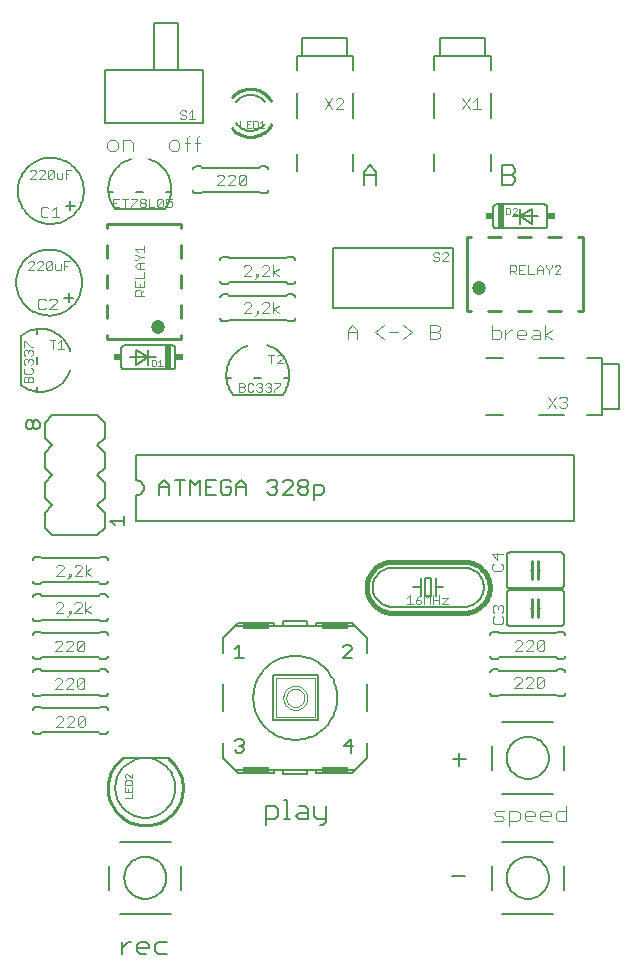
<source format=gto>
G75*
%MOIN*%
%OFA0B0*%
%FSLAX24Y24*%
%IPPOS*%
%LPD*%
%AMOC8*
5,1,8,0,0,1.08239X$1,22.5*
%
%ADD10C,0.0050*%
%ADD11C,0.0060*%
%ADD12C,0.0040*%
%ADD13C,0.0030*%
%ADD14C,0.0080*%
%ADD15C,0.0100*%
%ADD16C,0.0472*%
%ADD17C,0.0020*%
%ADD18R,0.0850X0.0200*%
%ADD19C,0.0160*%
%ADD20R,0.0200X0.0800*%
%ADD21R,0.0250X0.0200*%
D10*
X004189Y001933D02*
X004189Y002340D01*
X004189Y002137D02*
X004393Y002340D01*
X004494Y002340D01*
X004696Y002238D02*
X004797Y002340D01*
X005001Y002340D01*
X005103Y002238D01*
X005103Y002137D01*
X004696Y002137D01*
X004696Y002238D02*
X004696Y002035D01*
X004797Y001933D01*
X005001Y001933D01*
X005303Y002035D02*
X005405Y001933D01*
X005710Y001933D01*
X005710Y002340D02*
X005405Y002340D01*
X005303Y002238D01*
X005303Y002035D01*
X008983Y006239D02*
X008983Y006849D01*
X009288Y006849D01*
X009390Y006748D01*
X009390Y006544D01*
X009288Y006442D01*
X008983Y006442D01*
X009590Y006442D02*
X009794Y006442D01*
X009692Y006442D02*
X009692Y007053D01*
X009590Y007053D01*
X010097Y006849D02*
X010301Y006849D01*
X010403Y006748D01*
X010403Y006442D01*
X010097Y006442D01*
X009996Y006544D01*
X010097Y006646D01*
X010403Y006646D01*
X010603Y006544D02*
X010705Y006442D01*
X011010Y006442D01*
X011010Y006341D02*
X010909Y006239D01*
X010807Y006239D01*
X011010Y006341D02*
X011010Y006849D01*
X010603Y006849D02*
X010603Y006544D01*
X011820Y008645D02*
X011820Y009095D01*
X011595Y008870D01*
X011895Y008870D01*
X011845Y011795D02*
X011545Y011795D01*
X011845Y012095D01*
X011845Y012170D01*
X011770Y012245D01*
X011620Y012245D01*
X011545Y012170D01*
X008245Y011795D02*
X007945Y011795D01*
X008095Y011795D02*
X008095Y012245D01*
X007945Y012095D01*
X008020Y009095D02*
X008170Y009095D01*
X008245Y009020D01*
X008245Y008945D01*
X008170Y008870D01*
X008245Y008795D01*
X008245Y008720D01*
X008170Y008645D01*
X008020Y008645D01*
X007945Y008720D01*
X008095Y008870D02*
X008170Y008870D01*
X007945Y009020D02*
X008020Y009095D01*
X004247Y016222D02*
X004247Y016522D01*
X004247Y016372D02*
X003796Y016372D01*
X003946Y016222D01*
X001372Y019422D02*
X001296Y019422D01*
X001221Y019497D01*
X001221Y019647D01*
X001296Y019722D01*
X001372Y019722D01*
X001447Y019647D01*
X001447Y019497D01*
X001372Y019422D01*
X001221Y019497D02*
X001146Y019422D01*
X001071Y019422D01*
X000996Y019497D01*
X000996Y019647D01*
X001071Y019722D01*
X001146Y019722D01*
X001221Y019647D01*
X001370Y020675D02*
X001370Y020833D01*
X000820Y020895D02*
X000820Y022545D01*
X001370Y022607D02*
X001370Y022765D01*
X001370Y021833D02*
X001370Y021607D01*
X000820Y022545D02*
X000868Y022580D01*
X000918Y022613D01*
X000970Y022644D01*
X001024Y022671D01*
X001079Y022695D01*
X001136Y022715D01*
X001193Y022733D01*
X001251Y022747D01*
X001310Y022758D01*
X001370Y022765D01*
X001432Y022769D01*
X001495Y022770D01*
X001557Y022766D01*
X001619Y022759D01*
X001680Y022749D01*
X001741Y022734D01*
X001801Y022716D01*
X001860Y022695D01*
X001917Y022670D01*
X001972Y022642D01*
X002026Y022611D01*
X002078Y022576D01*
X002128Y022538D01*
X002175Y022498D01*
X002220Y022454D01*
X002263Y022409D01*
X002302Y022360D01*
X002339Y022310D01*
X002372Y022257D01*
X002403Y022203D01*
X002430Y022146D01*
X002453Y022089D01*
X002473Y022030D01*
X002473Y021410D02*
X002453Y021350D01*
X002429Y021291D01*
X002401Y021234D01*
X002370Y021179D01*
X002335Y021125D01*
X002298Y021074D01*
X002257Y021025D01*
X002213Y020979D01*
X002167Y020935D01*
X002118Y020894D01*
X002067Y020856D01*
X002014Y020822D01*
X001958Y020790D01*
X001901Y020763D01*
X001842Y020738D01*
X001782Y020718D01*
X001721Y020700D01*
X001659Y020687D01*
X001596Y020678D01*
X001533Y020672D01*
X001469Y020670D01*
X001405Y020672D01*
X001342Y020678D01*
X001279Y020687D01*
X001217Y020701D01*
X001156Y020718D01*
X001096Y020739D01*
X001037Y020763D01*
X000980Y020791D01*
X000924Y020823D01*
X000871Y020858D01*
X000820Y020895D01*
X003634Y029639D02*
X003634Y030514D01*
X003634Y031389D01*
X005259Y031389D01*
X005259Y032952D01*
X006072Y032952D01*
X006072Y031389D01*
X006884Y031389D01*
X006884Y030514D01*
X006884Y029639D01*
X003634Y029639D01*
X005259Y031389D02*
X006072Y031389D01*
X008410Y022223D02*
X008351Y022203D01*
X008294Y022180D01*
X008237Y022153D01*
X008183Y022122D01*
X008130Y022089D01*
X008080Y022052D01*
X008031Y022013D01*
X007986Y021970D01*
X007942Y021925D01*
X007902Y021878D01*
X007864Y021828D01*
X007829Y021776D01*
X007798Y021722D01*
X007770Y021667D01*
X007745Y021610D01*
X007724Y021551D01*
X007706Y021491D01*
X007691Y021430D01*
X007681Y021369D01*
X007674Y021307D01*
X007670Y021245D01*
X007671Y021182D01*
X007675Y021120D01*
X007833Y021120D01*
X007895Y020570D02*
X009545Y020570D01*
X009607Y021120D02*
X009765Y021120D01*
X008833Y021120D02*
X008607Y021120D01*
X007895Y020570D02*
X007860Y020618D01*
X007827Y020668D01*
X007796Y020720D01*
X007769Y020774D01*
X007745Y020829D01*
X007725Y020886D01*
X007707Y020943D01*
X007693Y021001D01*
X007682Y021060D01*
X007675Y021120D01*
X009030Y022223D02*
X009090Y022203D01*
X009149Y022179D01*
X009206Y022151D01*
X009261Y022120D01*
X009315Y022085D01*
X009366Y022048D01*
X009415Y022007D01*
X009461Y021963D01*
X009505Y021917D01*
X009546Y021868D01*
X009584Y021817D01*
X009618Y021764D01*
X009650Y021708D01*
X009677Y021651D01*
X009702Y021592D01*
X009722Y021532D01*
X009740Y021471D01*
X009753Y021409D01*
X009762Y021346D01*
X009768Y021283D01*
X009770Y021219D01*
X009768Y021155D01*
X009762Y021092D01*
X009753Y021029D01*
X009739Y020967D01*
X009722Y020906D01*
X009701Y020846D01*
X009677Y020787D01*
X009649Y020730D01*
X009617Y020674D01*
X009582Y020621D01*
X009545Y020570D01*
D11*
X009720Y023020D02*
X009870Y023020D01*
X009887Y023022D01*
X009904Y023026D01*
X009920Y023033D01*
X009934Y023043D01*
X009947Y023056D01*
X009957Y023070D01*
X009964Y023086D01*
X009968Y023103D01*
X009970Y023120D01*
X009720Y023020D02*
X009670Y023070D01*
X007770Y023070D01*
X007720Y023020D01*
X007570Y023020D01*
X007553Y023022D01*
X007536Y023026D01*
X007520Y023033D01*
X007506Y023043D01*
X007493Y023056D01*
X007483Y023070D01*
X007476Y023086D01*
X007472Y023103D01*
X007470Y023120D01*
X007470Y023820D02*
X007472Y023837D01*
X007476Y023854D01*
X007483Y023870D01*
X007493Y023884D01*
X007506Y023897D01*
X007520Y023907D01*
X007536Y023914D01*
X007553Y023918D01*
X007570Y023920D01*
X007720Y023920D01*
X007770Y023870D01*
X009670Y023870D01*
X009720Y023920D01*
X009870Y023920D01*
X009887Y023918D01*
X009904Y023914D01*
X009920Y023907D01*
X009934Y023897D01*
X009947Y023884D01*
X009957Y023870D01*
X009964Y023854D01*
X009968Y023837D01*
X009970Y023820D01*
X009870Y024270D02*
X009720Y024270D01*
X009670Y024320D01*
X007770Y024320D01*
X007720Y024270D01*
X007570Y024270D01*
X007553Y024272D01*
X007536Y024276D01*
X007520Y024283D01*
X007506Y024293D01*
X007493Y024306D01*
X007483Y024320D01*
X007476Y024336D01*
X007472Y024353D01*
X007470Y024370D01*
X007470Y025070D02*
X007472Y025087D01*
X007476Y025104D01*
X007483Y025120D01*
X007493Y025134D01*
X007506Y025147D01*
X007520Y025157D01*
X007536Y025164D01*
X007553Y025168D01*
X007570Y025170D01*
X007720Y025170D01*
X007770Y025120D01*
X009670Y025120D01*
X009720Y025170D01*
X009870Y025170D01*
X009887Y025168D01*
X009904Y025164D01*
X009920Y025157D01*
X009934Y025147D01*
X009947Y025134D01*
X009957Y025120D01*
X009964Y025104D01*
X009968Y025087D01*
X009970Y025070D01*
X009970Y024370D02*
X009968Y024353D01*
X009964Y024336D01*
X009957Y024320D01*
X009947Y024306D01*
X009934Y024293D01*
X009920Y024283D01*
X009904Y024276D01*
X009887Y024272D01*
X009870Y024270D01*
X008963Y027284D02*
X008813Y027284D01*
X008763Y027334D01*
X006863Y027334D01*
X006813Y027284D01*
X006663Y027284D01*
X006646Y027286D01*
X006629Y027290D01*
X006613Y027297D01*
X006599Y027307D01*
X006586Y027320D01*
X006576Y027334D01*
X006569Y027350D01*
X006565Y027367D01*
X006563Y027384D01*
X006563Y028084D02*
X006565Y028101D01*
X006569Y028118D01*
X006576Y028134D01*
X006586Y028148D01*
X006599Y028161D01*
X006613Y028171D01*
X006629Y028178D01*
X006646Y028182D01*
X006663Y028184D01*
X006813Y028184D01*
X006863Y028134D01*
X008763Y028134D01*
X008813Y028184D01*
X008963Y028184D01*
X008980Y028182D01*
X008997Y028178D01*
X009013Y028171D01*
X009027Y028161D01*
X009040Y028148D01*
X009050Y028134D01*
X009057Y028118D01*
X009061Y028101D01*
X009063Y028084D01*
X009063Y027384D02*
X009061Y027367D01*
X009057Y027350D01*
X009050Y027334D01*
X009040Y027320D01*
X009027Y027307D01*
X009013Y027297D01*
X008997Y027290D01*
X008980Y027286D01*
X008963Y027284D01*
X008470Y029370D02*
X008423Y029372D01*
X008375Y029378D01*
X008329Y029387D01*
X008283Y029400D01*
X008239Y029416D01*
X008195Y029437D01*
X008154Y029460D01*
X008115Y029486D01*
X008078Y029516D01*
X008043Y029549D01*
X008011Y029584D01*
X007982Y029621D01*
X008470Y030570D02*
X008515Y030568D01*
X008561Y030563D01*
X008605Y030555D01*
X008649Y030543D01*
X008692Y030527D01*
X008734Y030509D01*
X008774Y030487D01*
X008812Y030463D01*
X008848Y030436D01*
X008883Y030406D01*
X008914Y030373D01*
X008944Y030338D01*
X008470Y030570D02*
X008425Y030568D01*
X008379Y030563D01*
X008335Y030555D01*
X008291Y030543D01*
X008248Y030527D01*
X008206Y030509D01*
X008166Y030487D01*
X008128Y030463D01*
X008092Y030436D01*
X008057Y030406D01*
X008026Y030373D01*
X007996Y030338D01*
X008470Y029370D02*
X008516Y029372D01*
X008562Y029377D01*
X008608Y029386D01*
X008653Y029398D01*
X008696Y029414D01*
X008738Y029433D01*
X008779Y029456D01*
X008818Y029481D01*
X008854Y029509D01*
X008889Y029540D01*
X008921Y029574D01*
X008950Y029610D01*
X005834Y027322D02*
X005676Y027322D01*
X005613Y026772D02*
X003964Y026772D01*
X003901Y027322D02*
X003743Y027322D01*
X004676Y027322D02*
X004901Y027322D01*
X005614Y026772D02*
X005651Y026823D01*
X005686Y026876D01*
X005718Y026932D01*
X005746Y026989D01*
X005770Y027048D01*
X005791Y027108D01*
X005808Y027169D01*
X005822Y027231D01*
X005831Y027294D01*
X005837Y027357D01*
X005839Y027421D01*
X005837Y027485D01*
X005831Y027548D01*
X005822Y027611D01*
X005809Y027673D01*
X005791Y027734D01*
X005771Y027794D01*
X005746Y027853D01*
X005719Y027910D01*
X005687Y027966D01*
X005653Y028019D01*
X005615Y028070D01*
X005574Y028119D01*
X005530Y028165D01*
X005484Y028209D01*
X005435Y028250D01*
X005384Y028287D01*
X005330Y028322D01*
X005275Y028353D01*
X005218Y028381D01*
X005159Y028405D01*
X005099Y028425D01*
X004478Y028425D02*
X004418Y028405D01*
X004359Y028381D01*
X004302Y028353D01*
X004247Y028322D01*
X004193Y028287D01*
X004142Y028250D01*
X004093Y028209D01*
X004047Y028165D01*
X004003Y028119D01*
X003962Y028070D01*
X003924Y028019D01*
X003890Y027966D01*
X003858Y027910D01*
X003831Y027853D01*
X003806Y027794D01*
X003786Y027734D01*
X003768Y027673D01*
X003755Y027611D01*
X003746Y027548D01*
X003740Y027485D01*
X003738Y027421D01*
X003740Y027357D01*
X003746Y027294D01*
X003755Y027231D01*
X003769Y027169D01*
X003786Y027108D01*
X003807Y027048D01*
X003831Y026989D01*
X003859Y026932D01*
X003891Y026876D01*
X003926Y026823D01*
X003963Y026772D01*
X002620Y026870D02*
X002470Y026870D01*
X002470Y026720D01*
X002470Y026870D02*
X002320Y026870D01*
X002470Y026870D02*
X002470Y027020D01*
X000720Y027370D02*
X000722Y027436D01*
X000728Y027501D01*
X000738Y027566D01*
X000751Y027631D01*
X000769Y027694D01*
X000790Y027757D01*
X000815Y027817D01*
X000844Y027877D01*
X000876Y027934D01*
X000911Y027990D01*
X000950Y028043D01*
X000992Y028094D01*
X001036Y028142D01*
X001084Y028187D01*
X001134Y028230D01*
X001187Y028269D01*
X001242Y028306D01*
X001299Y028339D01*
X001358Y028368D01*
X001418Y028394D01*
X001480Y028416D01*
X001543Y028435D01*
X001607Y028449D01*
X001672Y028460D01*
X001738Y028467D01*
X001804Y028470D01*
X001869Y028469D01*
X001935Y028464D01*
X002000Y028455D01*
X002065Y028442D01*
X002128Y028426D01*
X002191Y028406D01*
X002252Y028381D01*
X002312Y028354D01*
X002370Y028323D01*
X002426Y028288D01*
X002480Y028250D01*
X002531Y028209D01*
X002580Y028165D01*
X002626Y028118D01*
X002670Y028069D01*
X002710Y028017D01*
X002747Y027962D01*
X002781Y027906D01*
X002811Y027847D01*
X002838Y027787D01*
X002861Y027726D01*
X002880Y027663D01*
X002896Y027599D01*
X002908Y027534D01*
X002916Y027469D01*
X002920Y027403D01*
X002920Y027337D01*
X002916Y027271D01*
X002908Y027206D01*
X002896Y027141D01*
X002880Y027077D01*
X002861Y027014D01*
X002838Y026953D01*
X002811Y026893D01*
X002781Y026834D01*
X002747Y026778D01*
X002710Y026723D01*
X002670Y026671D01*
X002626Y026622D01*
X002580Y026575D01*
X002531Y026531D01*
X002480Y026490D01*
X002426Y026452D01*
X002370Y026417D01*
X002312Y026386D01*
X002252Y026359D01*
X002191Y026334D01*
X002128Y026314D01*
X002065Y026298D01*
X002000Y026285D01*
X001935Y026276D01*
X001869Y026271D01*
X001804Y026270D01*
X001738Y026273D01*
X001672Y026280D01*
X001607Y026291D01*
X001543Y026305D01*
X001480Y026324D01*
X001418Y026346D01*
X001358Y026372D01*
X001299Y026401D01*
X001242Y026434D01*
X001187Y026471D01*
X001134Y026510D01*
X001084Y026553D01*
X001036Y026598D01*
X000992Y026646D01*
X000950Y026697D01*
X000911Y026750D01*
X000876Y026806D01*
X000844Y026863D01*
X000815Y026923D01*
X000790Y026983D01*
X000769Y027046D01*
X000751Y027109D01*
X000738Y027174D01*
X000728Y027239D01*
X000722Y027304D01*
X000720Y027370D01*
X000662Y024313D02*
X000664Y024379D01*
X000670Y024444D01*
X000680Y024509D01*
X000693Y024574D01*
X000711Y024637D01*
X000732Y024700D01*
X000757Y024760D01*
X000786Y024820D01*
X000818Y024877D01*
X000853Y024933D01*
X000892Y024986D01*
X000934Y025037D01*
X000978Y025085D01*
X001026Y025130D01*
X001076Y025173D01*
X001129Y025212D01*
X001184Y025249D01*
X001241Y025282D01*
X001300Y025311D01*
X001360Y025337D01*
X001422Y025359D01*
X001485Y025378D01*
X001549Y025392D01*
X001614Y025403D01*
X001680Y025410D01*
X001746Y025413D01*
X001811Y025412D01*
X001877Y025407D01*
X001942Y025398D01*
X002007Y025385D01*
X002070Y025369D01*
X002133Y025349D01*
X002194Y025324D01*
X002254Y025297D01*
X002312Y025266D01*
X002368Y025231D01*
X002422Y025193D01*
X002473Y025152D01*
X002522Y025108D01*
X002568Y025061D01*
X002612Y025012D01*
X002652Y024960D01*
X002689Y024905D01*
X002723Y024849D01*
X002753Y024790D01*
X002780Y024730D01*
X002803Y024669D01*
X002822Y024606D01*
X002838Y024542D01*
X002850Y024477D01*
X002858Y024412D01*
X002862Y024346D01*
X002862Y024280D01*
X002858Y024214D01*
X002850Y024149D01*
X002838Y024084D01*
X002822Y024020D01*
X002803Y023957D01*
X002780Y023896D01*
X002753Y023836D01*
X002723Y023777D01*
X002689Y023721D01*
X002652Y023666D01*
X002612Y023614D01*
X002568Y023565D01*
X002522Y023518D01*
X002473Y023474D01*
X002422Y023433D01*
X002368Y023395D01*
X002312Y023360D01*
X002254Y023329D01*
X002194Y023302D01*
X002133Y023277D01*
X002070Y023257D01*
X002007Y023241D01*
X001942Y023228D01*
X001877Y023219D01*
X001811Y023214D01*
X001746Y023213D01*
X001680Y023216D01*
X001614Y023223D01*
X001549Y023234D01*
X001485Y023248D01*
X001422Y023267D01*
X001360Y023289D01*
X001300Y023315D01*
X001241Y023344D01*
X001184Y023377D01*
X001129Y023414D01*
X001076Y023453D01*
X001026Y023496D01*
X000978Y023541D01*
X000934Y023589D01*
X000892Y023640D01*
X000853Y023693D01*
X000818Y023749D01*
X000786Y023806D01*
X000757Y023866D01*
X000732Y023926D01*
X000711Y023989D01*
X000693Y024052D01*
X000680Y024117D01*
X000670Y024182D01*
X000664Y024247D01*
X000662Y024313D01*
X002262Y023813D02*
X002412Y023813D01*
X002412Y023663D01*
X002412Y023813D02*
X002412Y023963D01*
X002412Y023813D02*
X002562Y023813D01*
X004170Y022120D02*
X004170Y021520D01*
X004172Y021503D01*
X004176Y021486D01*
X004183Y021470D01*
X004193Y021456D01*
X004206Y021443D01*
X004220Y021433D01*
X004236Y021426D01*
X004253Y021422D01*
X004270Y021420D01*
X005870Y021420D01*
X005887Y021422D01*
X005904Y021426D01*
X005920Y021433D01*
X005934Y021443D01*
X005947Y021456D01*
X005957Y021470D01*
X005964Y021486D01*
X005968Y021503D01*
X005970Y021520D01*
X005970Y022120D01*
X005968Y022137D01*
X005964Y022154D01*
X005957Y022170D01*
X005947Y022184D01*
X005934Y022197D01*
X005920Y022207D01*
X005904Y022214D01*
X005887Y022218D01*
X005870Y022220D01*
X004270Y022220D01*
X004253Y022218D01*
X004236Y022214D01*
X004220Y022207D01*
X004206Y022197D01*
X004193Y022184D01*
X004183Y022170D01*
X004176Y022154D01*
X004172Y022137D01*
X004170Y022120D01*
X004470Y021820D02*
X005070Y021820D01*
X005070Y022070D01*
X005070Y021820D02*
X005070Y021570D01*
X005070Y021820D02*
X004670Y021570D01*
X004670Y022070D01*
X005070Y021820D01*
X005320Y021820D01*
X003372Y019897D02*
X003622Y019647D01*
X003622Y019147D01*
X003372Y018897D01*
X003622Y018647D01*
X003622Y018147D01*
X003372Y017897D01*
X003622Y017647D01*
X003622Y017147D01*
X003372Y016897D01*
X003622Y016647D01*
X003622Y016147D01*
X003372Y015897D01*
X001872Y015897D01*
X001622Y016147D01*
X001622Y016647D01*
X001872Y016897D01*
X001622Y017147D01*
X001622Y017647D01*
X001872Y017897D01*
X001622Y018147D01*
X001622Y018647D01*
X001872Y018897D01*
X001622Y019147D01*
X001622Y019647D01*
X001872Y019897D01*
X003372Y019897D01*
X004670Y018570D02*
X019270Y018570D01*
X019270Y016370D01*
X004670Y016370D01*
X004670Y017220D01*
X004700Y017222D01*
X004730Y017227D01*
X004759Y017236D01*
X004786Y017249D01*
X004812Y017264D01*
X004836Y017283D01*
X004857Y017304D01*
X004876Y017328D01*
X004891Y017354D01*
X004904Y017381D01*
X004913Y017410D01*
X004918Y017440D01*
X004920Y017470D01*
X004918Y017500D01*
X004913Y017530D01*
X004904Y017559D01*
X004891Y017586D01*
X004876Y017612D01*
X004857Y017636D01*
X004836Y017657D01*
X004812Y017676D01*
X004786Y017691D01*
X004759Y017704D01*
X004730Y017713D01*
X004700Y017718D01*
X004670Y017720D01*
X004670Y018570D01*
X005598Y017735D02*
X005431Y017569D01*
X005431Y017235D01*
X005431Y017485D02*
X005765Y017485D01*
X005765Y017569D02*
X005765Y017235D01*
X005765Y017569D02*
X005598Y017735D01*
X005947Y017735D02*
X006280Y017735D01*
X006113Y017735D02*
X006113Y017235D01*
X006462Y017235D02*
X006462Y017735D01*
X006629Y017569D01*
X006796Y017735D01*
X006796Y017235D01*
X006978Y017235D02*
X006978Y017735D01*
X007312Y017735D01*
X007494Y017652D02*
X007494Y017318D01*
X007577Y017235D01*
X007744Y017235D01*
X007827Y017318D01*
X007827Y017485D01*
X007660Y017485D01*
X007494Y017652D02*
X007577Y017735D01*
X007744Y017735D01*
X007827Y017652D01*
X008009Y017569D02*
X008009Y017235D01*
X008009Y017485D02*
X008343Y017485D01*
X008343Y017569D02*
X008343Y017235D01*
X008343Y017569D02*
X008176Y017735D01*
X008009Y017569D01*
X007312Y017235D02*
X006978Y017235D01*
X006978Y017485D02*
X007145Y017485D01*
X009040Y017318D02*
X009124Y017235D01*
X009291Y017235D01*
X009374Y017318D01*
X009374Y017402D01*
X009291Y017485D01*
X009207Y017485D01*
X009291Y017485D02*
X009374Y017569D01*
X009374Y017652D01*
X009291Y017735D01*
X009124Y017735D01*
X009040Y017652D01*
X009556Y017652D02*
X009640Y017735D01*
X009806Y017735D01*
X009890Y017652D01*
X009890Y017569D01*
X009556Y017235D01*
X009890Y017235D01*
X010072Y017318D02*
X010072Y017402D01*
X010155Y017485D01*
X010322Y017485D01*
X010405Y017402D01*
X010405Y017318D01*
X010322Y017235D01*
X010155Y017235D01*
X010072Y017318D01*
X010155Y017485D02*
X010072Y017569D01*
X010072Y017652D01*
X010155Y017735D01*
X010322Y017735D01*
X010405Y017652D01*
X010405Y017569D01*
X010322Y017485D01*
X010587Y017569D02*
X010587Y017068D01*
X010587Y017235D02*
X010838Y017235D01*
X010921Y017318D01*
X010921Y017485D01*
X010838Y017569D01*
X010587Y017569D01*
X013199Y014803D02*
X015599Y014803D01*
X015649Y014801D01*
X015698Y014795D01*
X015747Y014786D01*
X015795Y014773D01*
X015842Y014756D01*
X015887Y014736D01*
X015931Y014712D01*
X015973Y014685D01*
X016013Y014654D01*
X016050Y014621D01*
X016084Y014585D01*
X016116Y014547D01*
X016145Y014506D01*
X016170Y014464D01*
X016192Y014419D01*
X016211Y014373D01*
X016226Y014325D01*
X016237Y014277D01*
X016245Y014228D01*
X016249Y014178D01*
X016249Y014128D01*
X016245Y014078D01*
X016237Y014029D01*
X016226Y013981D01*
X016211Y013933D01*
X016192Y013887D01*
X016170Y013842D01*
X016145Y013800D01*
X016116Y013759D01*
X016084Y013721D01*
X016050Y013685D01*
X016013Y013652D01*
X015973Y013621D01*
X015931Y013594D01*
X015887Y013570D01*
X015842Y013550D01*
X015795Y013533D01*
X015747Y013520D01*
X015698Y013511D01*
X015649Y013505D01*
X015599Y013503D01*
X013199Y013503D01*
X013149Y013505D01*
X013100Y013511D01*
X013051Y013520D01*
X013003Y013533D01*
X012956Y013550D01*
X012911Y013570D01*
X012867Y013594D01*
X012825Y013621D01*
X012785Y013652D01*
X012748Y013685D01*
X012714Y013721D01*
X012682Y013759D01*
X012653Y013800D01*
X012628Y013842D01*
X012606Y013887D01*
X012587Y013933D01*
X012572Y013981D01*
X012561Y014029D01*
X012553Y014078D01*
X012549Y014128D01*
X012549Y014178D01*
X012553Y014228D01*
X012561Y014277D01*
X012572Y014325D01*
X012587Y014373D01*
X012606Y014419D01*
X012628Y014464D01*
X012653Y014506D01*
X012682Y014547D01*
X012714Y014585D01*
X012748Y014621D01*
X012785Y014654D01*
X012825Y014685D01*
X012867Y014712D01*
X012911Y014736D01*
X012956Y014756D01*
X013003Y014773D01*
X013051Y014786D01*
X013100Y014795D01*
X013149Y014801D01*
X013199Y014803D01*
X013899Y014153D02*
X014149Y014153D01*
X014149Y014453D01*
X014299Y014453D02*
X014499Y014453D01*
X014499Y013853D01*
X014299Y013853D01*
X014299Y014453D01*
X014149Y014153D02*
X014149Y013853D01*
X014649Y013853D02*
X014649Y014153D01*
X014899Y014153D01*
X014649Y014153D02*
X014649Y014453D01*
X016570Y012670D02*
X016720Y012670D01*
X016770Y012620D01*
X018670Y012620D01*
X018720Y012670D01*
X018870Y012670D01*
X018887Y012668D01*
X018904Y012664D01*
X018920Y012657D01*
X018934Y012647D01*
X018947Y012634D01*
X018957Y012620D01*
X018964Y012604D01*
X018968Y012587D01*
X018970Y012570D01*
X018820Y012870D02*
X017120Y012870D01*
X017103Y012872D01*
X017086Y012876D01*
X017070Y012883D01*
X017056Y012893D01*
X017043Y012906D01*
X017033Y012920D01*
X017026Y012936D01*
X017022Y012953D01*
X017020Y012970D01*
X017020Y013970D01*
X017022Y013987D01*
X017026Y014004D01*
X017033Y014020D01*
X017043Y014034D01*
X017056Y014047D01*
X017070Y014057D01*
X017086Y014064D01*
X017103Y014068D01*
X017120Y014070D01*
X018820Y014070D01*
X018820Y014120D02*
X017120Y014120D01*
X017103Y014122D01*
X017086Y014126D01*
X017070Y014133D01*
X017056Y014143D01*
X017043Y014156D01*
X017033Y014170D01*
X017026Y014186D01*
X017022Y014203D01*
X017020Y014220D01*
X017020Y015220D01*
X017022Y015237D01*
X017026Y015254D01*
X017033Y015270D01*
X017043Y015284D01*
X017056Y015297D01*
X017070Y015307D01*
X017086Y015314D01*
X017103Y015318D01*
X017120Y015320D01*
X018820Y015320D01*
X018837Y015318D01*
X018854Y015314D01*
X018870Y015307D01*
X018884Y015297D01*
X018897Y015284D01*
X018907Y015270D01*
X018914Y015254D01*
X018918Y015237D01*
X018920Y015220D01*
X018920Y014220D01*
X018918Y014203D01*
X018914Y014186D01*
X018907Y014170D01*
X018897Y014156D01*
X018884Y014143D01*
X018870Y014133D01*
X018854Y014126D01*
X018837Y014122D01*
X018820Y014120D01*
X018820Y014070D02*
X018837Y014068D01*
X018854Y014064D01*
X018870Y014057D01*
X018884Y014047D01*
X018897Y014034D01*
X018907Y014020D01*
X018914Y014004D01*
X018918Y013987D01*
X018920Y013970D01*
X018920Y012970D01*
X018918Y012953D01*
X018914Y012936D01*
X018907Y012920D01*
X018897Y012906D01*
X018884Y012893D01*
X018870Y012883D01*
X018854Y012876D01*
X018837Y012872D01*
X018820Y012870D01*
X018120Y013470D02*
X018070Y013470D01*
X017870Y013470D02*
X017820Y013470D01*
X017870Y014720D02*
X017820Y014720D01*
X018070Y014720D02*
X018120Y014720D01*
X016570Y012670D02*
X016553Y012668D01*
X016536Y012664D01*
X016520Y012657D01*
X016506Y012647D01*
X016493Y012634D01*
X016483Y012620D01*
X016476Y012604D01*
X016472Y012587D01*
X016470Y012570D01*
X016470Y011870D02*
X016472Y011853D01*
X016476Y011836D01*
X016483Y011820D01*
X016493Y011806D01*
X016506Y011793D01*
X016520Y011783D01*
X016536Y011776D01*
X016553Y011772D01*
X016570Y011770D01*
X016720Y011770D01*
X016770Y011820D01*
X018670Y011820D01*
X018720Y011770D01*
X018870Y011770D01*
X018887Y011772D01*
X018904Y011776D01*
X018920Y011783D01*
X018934Y011793D01*
X018947Y011806D01*
X018957Y011820D01*
X018964Y011836D01*
X018968Y011853D01*
X018970Y011870D01*
X018870Y011420D02*
X018720Y011420D01*
X018670Y011370D01*
X016770Y011370D01*
X016720Y011420D01*
X016570Y011420D01*
X016553Y011418D01*
X016536Y011414D01*
X016520Y011407D01*
X016506Y011397D01*
X016493Y011384D01*
X016483Y011370D01*
X016476Y011354D01*
X016472Y011337D01*
X016470Y011320D01*
X016470Y010620D02*
X016472Y010603D01*
X016476Y010586D01*
X016483Y010570D01*
X016493Y010556D01*
X016506Y010543D01*
X016520Y010533D01*
X016536Y010526D01*
X016553Y010522D01*
X016570Y010520D01*
X016720Y010520D01*
X016770Y010570D01*
X018670Y010570D01*
X018720Y010520D01*
X018870Y010520D01*
X018887Y010522D01*
X018904Y010526D01*
X018920Y010533D01*
X018934Y010543D01*
X018947Y010556D01*
X018957Y010570D01*
X018964Y010586D01*
X018968Y010603D01*
X018970Y010620D01*
X018970Y011320D02*
X018968Y011337D01*
X018964Y011354D01*
X018957Y011370D01*
X018947Y011384D01*
X018934Y011397D01*
X018920Y011407D01*
X018904Y011414D01*
X018887Y011418D01*
X018870Y011420D01*
X015652Y008416D02*
X015225Y008416D01*
X015439Y008203D02*
X015439Y008630D01*
X015612Y004547D02*
X015185Y004547D01*
X011970Y008070D02*
X012370Y008470D01*
X012370Y008970D01*
X011970Y008070D02*
X011870Y007970D01*
X010670Y007970D01*
X010670Y008070D01*
X011970Y008070D01*
X010670Y008070D02*
X010370Y008070D01*
X009570Y008070D01*
X009270Y008070D01*
X009270Y007970D01*
X008070Y007970D01*
X007970Y008070D01*
X009270Y008070D01*
X009570Y008070D02*
X009570Y007920D01*
X010370Y007920D01*
X010370Y008070D01*
X010720Y009720D02*
X009220Y009720D01*
X009220Y011220D01*
X010720Y011220D01*
X010720Y009720D01*
X008570Y010470D02*
X008572Y010545D01*
X008578Y010619D01*
X008588Y010693D01*
X008602Y010766D01*
X008619Y010838D01*
X008641Y010910D01*
X008666Y010980D01*
X008695Y011048D01*
X008728Y011116D01*
X008764Y011181D01*
X008803Y011244D01*
X008846Y011305D01*
X008892Y011364D01*
X008941Y011420D01*
X008993Y011473D01*
X009048Y011524D01*
X009105Y011571D01*
X009165Y011616D01*
X009227Y011657D01*
X009292Y011695D01*
X009358Y011729D01*
X009426Y011760D01*
X009495Y011787D01*
X009566Y011810D01*
X009638Y011830D01*
X009711Y011846D01*
X009784Y011858D01*
X009858Y011866D01*
X009933Y011870D01*
X010007Y011870D01*
X010082Y011866D01*
X010156Y011858D01*
X010229Y011846D01*
X010302Y011830D01*
X010374Y011810D01*
X010445Y011787D01*
X010514Y011760D01*
X010582Y011729D01*
X010648Y011695D01*
X010713Y011657D01*
X010775Y011616D01*
X010835Y011571D01*
X010892Y011524D01*
X010947Y011473D01*
X010999Y011420D01*
X011048Y011364D01*
X011094Y011305D01*
X011137Y011244D01*
X011176Y011181D01*
X011212Y011116D01*
X011245Y011048D01*
X011274Y010980D01*
X011299Y010910D01*
X011321Y010838D01*
X011338Y010766D01*
X011352Y010693D01*
X011362Y010619D01*
X011368Y010545D01*
X011370Y010470D01*
X011368Y010395D01*
X011362Y010321D01*
X011352Y010247D01*
X011338Y010174D01*
X011321Y010102D01*
X011299Y010030D01*
X011274Y009960D01*
X011245Y009892D01*
X011212Y009824D01*
X011176Y009759D01*
X011137Y009696D01*
X011094Y009635D01*
X011048Y009576D01*
X010999Y009520D01*
X010947Y009467D01*
X010892Y009416D01*
X010835Y009369D01*
X010775Y009324D01*
X010713Y009283D01*
X010648Y009245D01*
X010582Y009211D01*
X010514Y009180D01*
X010445Y009153D01*
X010374Y009130D01*
X010302Y009110D01*
X010229Y009094D01*
X010156Y009082D01*
X010082Y009074D01*
X010007Y009070D01*
X009933Y009070D01*
X009858Y009074D01*
X009784Y009082D01*
X009711Y009094D01*
X009638Y009110D01*
X009566Y009130D01*
X009495Y009153D01*
X009426Y009180D01*
X009358Y009211D01*
X009292Y009245D01*
X009227Y009283D01*
X009165Y009324D01*
X009105Y009369D01*
X009048Y009416D01*
X008993Y009467D01*
X008941Y009520D01*
X008892Y009576D01*
X008846Y009635D01*
X008803Y009696D01*
X008764Y009759D01*
X008728Y009824D01*
X008695Y009892D01*
X008666Y009960D01*
X008641Y010030D01*
X008619Y010102D01*
X008602Y010174D01*
X008588Y010247D01*
X008578Y010321D01*
X008572Y010395D01*
X008570Y010470D01*
X007570Y010920D02*
X007570Y010020D01*
X007570Y008970D02*
X007570Y008470D01*
X007970Y008070D01*
X007570Y011970D02*
X007570Y012470D01*
X007970Y012870D01*
X008070Y012970D01*
X009270Y012970D01*
X009270Y012870D01*
X009570Y012870D01*
X010370Y012870D01*
X010670Y012870D01*
X010670Y012970D01*
X011870Y012970D01*
X011970Y012870D01*
X010670Y012870D01*
X010370Y012870D02*
X010370Y013020D01*
X009570Y013020D01*
X009570Y012870D01*
X009270Y012870D02*
X007970Y012870D01*
X003970Y007470D02*
X003972Y007533D01*
X003978Y007595D01*
X003988Y007657D01*
X004001Y007719D01*
X004019Y007779D01*
X004040Y007838D01*
X004065Y007896D01*
X004094Y007952D01*
X004126Y008006D01*
X004161Y008058D01*
X004199Y008107D01*
X004241Y008155D01*
X004285Y008199D01*
X004333Y008241D01*
X004382Y008279D01*
X004434Y008314D01*
X004488Y008346D01*
X004544Y008375D01*
X004602Y008400D01*
X004661Y008421D01*
X004721Y008439D01*
X004783Y008452D01*
X004845Y008462D01*
X004907Y008468D01*
X004970Y008470D01*
X005033Y008468D01*
X005095Y008462D01*
X005157Y008452D01*
X005219Y008439D01*
X005279Y008421D01*
X005338Y008400D01*
X005396Y008375D01*
X005452Y008346D01*
X005506Y008314D01*
X005558Y008279D01*
X005607Y008241D01*
X005655Y008199D01*
X005699Y008155D01*
X005741Y008107D01*
X005779Y008058D01*
X005814Y008006D01*
X005846Y007952D01*
X005875Y007896D01*
X005900Y007838D01*
X005921Y007779D01*
X005939Y007719D01*
X005952Y007657D01*
X005962Y007595D01*
X005968Y007533D01*
X005970Y007470D01*
X005968Y007407D01*
X005962Y007345D01*
X005952Y007283D01*
X005939Y007221D01*
X005921Y007161D01*
X005900Y007102D01*
X005875Y007044D01*
X005846Y006988D01*
X005814Y006934D01*
X005779Y006882D01*
X005741Y006833D01*
X005699Y006785D01*
X005655Y006741D01*
X005607Y006699D01*
X005558Y006661D01*
X005506Y006626D01*
X005452Y006594D01*
X005396Y006565D01*
X005338Y006540D01*
X005279Y006519D01*
X005219Y006501D01*
X005157Y006488D01*
X005095Y006478D01*
X005033Y006472D01*
X004970Y006470D01*
X004907Y006472D01*
X004845Y006478D01*
X004783Y006488D01*
X004721Y006501D01*
X004661Y006519D01*
X004602Y006540D01*
X004544Y006565D01*
X004488Y006594D01*
X004434Y006626D01*
X004382Y006661D01*
X004333Y006699D01*
X004285Y006741D01*
X004241Y006785D01*
X004199Y006833D01*
X004161Y006882D01*
X004126Y006934D01*
X004094Y006988D01*
X004065Y007044D01*
X004040Y007102D01*
X004019Y007161D01*
X004001Y007221D01*
X003988Y007283D01*
X003978Y007345D01*
X003972Y007407D01*
X003970Y007470D01*
X003620Y009270D02*
X003470Y009270D01*
X003420Y009320D01*
X001520Y009320D01*
X001470Y009270D01*
X001320Y009270D01*
X001303Y009272D01*
X001286Y009276D01*
X001270Y009283D01*
X001256Y009293D01*
X001243Y009306D01*
X001233Y009320D01*
X001226Y009336D01*
X001222Y009353D01*
X001220Y009370D01*
X001220Y010070D02*
X001222Y010087D01*
X001226Y010104D01*
X001233Y010120D01*
X001243Y010134D01*
X001256Y010147D01*
X001270Y010157D01*
X001286Y010164D01*
X001303Y010168D01*
X001320Y010170D01*
X001470Y010170D01*
X001520Y010120D01*
X003420Y010120D01*
X003470Y010170D01*
X003620Y010170D01*
X003637Y010168D01*
X003654Y010164D01*
X003670Y010157D01*
X003684Y010147D01*
X003697Y010134D01*
X003707Y010120D01*
X003714Y010104D01*
X003718Y010087D01*
X003720Y010070D01*
X003620Y010520D02*
X003470Y010520D01*
X003420Y010570D01*
X001520Y010570D01*
X001470Y010520D01*
X001320Y010520D01*
X001303Y010522D01*
X001286Y010526D01*
X001270Y010533D01*
X001256Y010543D01*
X001243Y010556D01*
X001233Y010570D01*
X001226Y010586D01*
X001222Y010603D01*
X001220Y010620D01*
X001220Y011320D02*
X001222Y011337D01*
X001226Y011354D01*
X001233Y011370D01*
X001243Y011384D01*
X001256Y011397D01*
X001270Y011407D01*
X001286Y011414D01*
X001303Y011418D01*
X001320Y011420D01*
X001470Y011420D01*
X001520Y011370D01*
X003420Y011370D01*
X003470Y011420D01*
X003620Y011420D01*
X003637Y011418D01*
X003654Y011414D01*
X003670Y011407D01*
X003684Y011397D01*
X003697Y011384D01*
X003707Y011370D01*
X003714Y011354D01*
X003718Y011337D01*
X003720Y011320D01*
X003620Y011770D02*
X003470Y011770D01*
X003420Y011820D01*
X001520Y011820D01*
X001470Y011770D01*
X001320Y011770D01*
X001303Y011772D01*
X001286Y011776D01*
X001270Y011783D01*
X001256Y011793D01*
X001243Y011806D01*
X001233Y011820D01*
X001226Y011836D01*
X001222Y011853D01*
X001220Y011870D01*
X001220Y012570D02*
X001222Y012587D01*
X001226Y012604D01*
X001233Y012620D01*
X001243Y012634D01*
X001256Y012647D01*
X001270Y012657D01*
X001286Y012664D01*
X001303Y012668D01*
X001320Y012670D01*
X001470Y012670D01*
X001520Y012620D01*
X003420Y012620D01*
X003470Y012670D01*
X003620Y012670D01*
X003637Y012668D01*
X003654Y012664D01*
X003670Y012657D01*
X003684Y012647D01*
X003697Y012634D01*
X003707Y012620D01*
X003714Y012604D01*
X003718Y012587D01*
X003720Y012570D01*
X003620Y013020D02*
X003470Y013020D01*
X003420Y013070D01*
X001520Y013070D01*
X001470Y013020D01*
X001320Y013020D01*
X001303Y013022D01*
X001286Y013026D01*
X001270Y013033D01*
X001256Y013043D01*
X001243Y013056D01*
X001233Y013070D01*
X001226Y013086D01*
X001222Y013103D01*
X001220Y013120D01*
X001220Y013820D02*
X001222Y013837D01*
X001226Y013854D01*
X001233Y013870D01*
X001243Y013884D01*
X001256Y013897D01*
X001270Y013907D01*
X001286Y013914D01*
X001303Y013918D01*
X001320Y013920D01*
X001470Y013920D01*
X001520Y013870D01*
X003420Y013870D01*
X003470Y013920D01*
X003620Y013920D01*
X003637Y013918D01*
X003654Y013914D01*
X003670Y013907D01*
X003684Y013897D01*
X003697Y013884D01*
X003707Y013870D01*
X003714Y013854D01*
X003718Y013837D01*
X003720Y013820D01*
X003620Y014270D02*
X003470Y014270D01*
X003420Y014320D01*
X001520Y014320D01*
X001470Y014270D01*
X001320Y014270D01*
X001303Y014272D01*
X001286Y014276D01*
X001270Y014283D01*
X001256Y014293D01*
X001243Y014306D01*
X001233Y014320D01*
X001226Y014336D01*
X001222Y014353D01*
X001220Y014370D01*
X001220Y015070D02*
X001222Y015087D01*
X001226Y015104D01*
X001233Y015120D01*
X001243Y015134D01*
X001256Y015147D01*
X001270Y015157D01*
X001286Y015164D01*
X001303Y015168D01*
X001320Y015170D01*
X001470Y015170D01*
X001520Y015120D01*
X003420Y015120D01*
X003470Y015170D01*
X003620Y015170D01*
X003637Y015168D01*
X003654Y015164D01*
X003670Y015157D01*
X003684Y015147D01*
X003697Y015134D01*
X003707Y015120D01*
X003714Y015104D01*
X003718Y015087D01*
X003720Y015070D01*
X003720Y014370D02*
X003718Y014353D01*
X003714Y014336D01*
X003707Y014320D01*
X003697Y014306D01*
X003684Y014293D01*
X003670Y014283D01*
X003654Y014276D01*
X003637Y014272D01*
X003620Y014270D01*
X003720Y013120D02*
X003718Y013103D01*
X003714Y013086D01*
X003707Y013070D01*
X003697Y013056D01*
X003684Y013043D01*
X003670Y013033D01*
X003654Y013026D01*
X003637Y013022D01*
X003620Y013020D01*
X003720Y011870D02*
X003718Y011853D01*
X003714Y011836D01*
X003707Y011820D01*
X003697Y011806D01*
X003684Y011793D01*
X003670Y011783D01*
X003654Y011776D01*
X003637Y011772D01*
X003620Y011770D01*
X003720Y010620D02*
X003718Y010603D01*
X003714Y010586D01*
X003707Y010570D01*
X003697Y010556D01*
X003684Y010543D01*
X003670Y010533D01*
X003654Y010526D01*
X003637Y010522D01*
X003620Y010520D01*
X003720Y009370D02*
X003718Y009353D01*
X003714Y009336D01*
X003707Y009320D01*
X003697Y009306D01*
X003684Y009293D01*
X003670Y009283D01*
X003654Y009276D01*
X003637Y009272D01*
X003620Y009270D01*
X011970Y012870D02*
X012370Y012470D01*
X012370Y011970D01*
X012370Y010920D02*
X012370Y010020D01*
X016670Y026120D02*
X018270Y026120D01*
X018287Y026122D01*
X018304Y026126D01*
X018320Y026133D01*
X018334Y026143D01*
X018347Y026156D01*
X018357Y026170D01*
X018364Y026186D01*
X018368Y026203D01*
X018370Y026220D01*
X018370Y026820D01*
X018368Y026837D01*
X018364Y026854D01*
X018357Y026870D01*
X018347Y026884D01*
X018334Y026897D01*
X018320Y026907D01*
X018304Y026914D01*
X018287Y026918D01*
X018270Y026920D01*
X016670Y026920D01*
X016653Y026918D01*
X016636Y026914D01*
X016620Y026907D01*
X016606Y026897D01*
X016593Y026884D01*
X016583Y026870D01*
X016576Y026854D01*
X016572Y026837D01*
X016570Y026820D01*
X016570Y026220D01*
X016572Y026203D01*
X016576Y026186D01*
X016583Y026170D01*
X016593Y026156D01*
X016606Y026143D01*
X016620Y026133D01*
X016636Y026126D01*
X016653Y026122D01*
X016670Y026120D01*
X017220Y026520D02*
X017470Y026520D01*
X017470Y026270D01*
X017470Y026520D02*
X017470Y026770D01*
X017470Y026520D02*
X017870Y026770D01*
X017870Y026270D01*
X017470Y026520D01*
X018070Y026520D01*
X017184Y027575D02*
X017291Y027682D01*
X017291Y027788D01*
X017184Y027895D01*
X016864Y027895D01*
X016864Y027575D02*
X017184Y027575D01*
X016864Y027575D02*
X016864Y028215D01*
X017184Y028215D01*
X017291Y028109D01*
X017291Y028002D01*
X017184Y027895D01*
X012673Y027895D02*
X012246Y027895D01*
X012246Y028002D02*
X012460Y028215D01*
X012673Y028002D01*
X012673Y027575D01*
X012246Y027575D02*
X012246Y028002D01*
D12*
X009411Y024780D02*
X009231Y024660D01*
X009411Y024540D01*
X009231Y024540D02*
X009231Y024900D01*
X009103Y024840D02*
X009103Y024780D01*
X008863Y024540D01*
X009103Y024540D01*
X009103Y024840D02*
X009043Y024900D01*
X008923Y024900D01*
X008863Y024840D01*
X008737Y024600D02*
X008677Y024600D01*
X008677Y024540D01*
X008737Y024540D01*
X008737Y024600D01*
X008737Y024540D02*
X008617Y024420D01*
X008489Y024540D02*
X008249Y024540D01*
X008489Y024780D01*
X008489Y024840D01*
X008429Y024900D01*
X008309Y024900D01*
X008249Y024840D01*
X008314Y023666D02*
X008254Y023606D01*
X008314Y023666D02*
X008434Y023666D01*
X008494Y023606D01*
X008494Y023546D01*
X008254Y023306D01*
X008494Y023306D01*
X008622Y023185D02*
X008742Y023306D01*
X008682Y023306D01*
X008682Y023366D01*
X008742Y023366D01*
X008742Y023306D01*
X008868Y023306D02*
X009108Y023546D01*
X009108Y023606D01*
X009048Y023666D01*
X008928Y023666D01*
X008868Y023606D01*
X008868Y023306D02*
X009108Y023306D01*
X009236Y023306D02*
X009236Y023666D01*
X009416Y023546D02*
X009236Y023426D01*
X009416Y023306D01*
X011712Y022738D02*
X011712Y022431D01*
X011712Y022662D02*
X012019Y022662D01*
X012019Y022738D02*
X012019Y022431D01*
X012019Y022738D02*
X011866Y022892D01*
X011712Y022738D01*
X012633Y022662D02*
X012940Y022431D01*
X013094Y022662D02*
X013401Y022662D01*
X013554Y022892D02*
X013861Y022662D01*
X013554Y022431D01*
X012940Y022892D02*
X012633Y022662D01*
X014475Y022662D02*
X014705Y022662D01*
X014782Y022585D01*
X014782Y022508D01*
X014705Y022431D01*
X014475Y022431D01*
X014475Y022892D01*
X014705Y022892D01*
X014782Y022815D01*
X014782Y022738D01*
X014705Y022662D01*
X016516Y022732D02*
X016746Y022732D01*
X016823Y022656D01*
X016823Y022502D01*
X016746Y022426D01*
X016516Y022426D01*
X016516Y022886D01*
X016976Y022732D02*
X016976Y022426D01*
X016976Y022579D02*
X017130Y022732D01*
X017206Y022732D01*
X017360Y022656D02*
X017437Y022732D01*
X017590Y022732D01*
X017667Y022656D01*
X017667Y022579D01*
X017360Y022579D01*
X017360Y022502D02*
X017360Y022656D01*
X017360Y022502D02*
X017437Y022426D01*
X017590Y022426D01*
X017820Y022502D02*
X017897Y022579D01*
X018127Y022579D01*
X018127Y022656D02*
X018127Y022426D01*
X017897Y022426D01*
X017820Y022502D01*
X017897Y022732D02*
X018051Y022732D01*
X018127Y022656D01*
X018281Y022579D02*
X018511Y022732D01*
X018281Y022579D02*
X018511Y022426D01*
X018281Y022426D02*
X018281Y022886D01*
X016705Y015314D02*
X016705Y015074D01*
X016525Y015254D01*
X016885Y015254D01*
X016825Y014946D02*
X016885Y014886D01*
X016885Y014765D01*
X016825Y014705D01*
X016585Y014705D01*
X016525Y014765D01*
X016525Y014886D01*
X016585Y014946D01*
X016609Y013554D02*
X016669Y013554D01*
X016729Y013494D01*
X016789Y013554D01*
X016849Y013554D01*
X016909Y013494D01*
X016909Y013374D01*
X016849Y013314D01*
X016849Y013186D02*
X016909Y013126D01*
X016909Y013006D01*
X016849Y012946D01*
X016609Y012946D01*
X016549Y013006D01*
X016549Y013126D01*
X016609Y013186D01*
X016609Y013314D02*
X016549Y013374D01*
X016549Y013494D01*
X016609Y013554D01*
X016729Y013494D02*
X016729Y013434D01*
X017357Y012388D02*
X017297Y012328D01*
X017357Y012388D02*
X017477Y012388D01*
X017537Y012328D01*
X017537Y012268D01*
X017297Y012028D01*
X017537Y012028D01*
X017665Y012028D02*
X017906Y012268D01*
X017906Y012328D01*
X017846Y012388D01*
X017725Y012388D01*
X017665Y012328D01*
X017665Y012028D02*
X017906Y012028D01*
X018034Y012088D02*
X018274Y012328D01*
X018274Y012088D01*
X018214Y012028D01*
X018094Y012028D01*
X018034Y012088D01*
X018034Y012328D01*
X018094Y012388D01*
X018214Y012388D01*
X018274Y012328D01*
X018194Y011154D02*
X018074Y011154D01*
X018014Y011094D01*
X018014Y010854D01*
X018254Y011094D01*
X018254Y010854D01*
X018194Y010794D01*
X018074Y010794D01*
X018014Y010854D01*
X017886Y010794D02*
X017646Y010794D01*
X017886Y011034D01*
X017886Y011094D01*
X017826Y011154D01*
X017706Y011154D01*
X017646Y011094D01*
X017517Y011094D02*
X017457Y011154D01*
X017337Y011154D01*
X017277Y011094D01*
X017517Y011094D02*
X017517Y011034D01*
X017277Y010794D01*
X017517Y010794D01*
X018194Y011154D02*
X018254Y011094D01*
X018994Y006879D02*
X018994Y006358D01*
X018734Y006358D01*
X018647Y006445D01*
X018647Y006619D01*
X018734Y006705D01*
X018994Y006705D01*
X018479Y006619D02*
X018479Y006532D01*
X018132Y006532D01*
X018132Y006445D02*
X018132Y006619D01*
X018218Y006705D01*
X018392Y006705D01*
X018479Y006619D01*
X018392Y006358D02*
X018218Y006358D01*
X018132Y006445D01*
X017963Y006532D02*
X017963Y006619D01*
X017876Y006705D01*
X017703Y006705D01*
X017616Y006619D01*
X017616Y006445D01*
X017703Y006358D01*
X017876Y006358D01*
X017963Y006532D02*
X017616Y006532D01*
X017447Y006619D02*
X017447Y006445D01*
X017361Y006358D01*
X017100Y006358D01*
X017100Y006185D02*
X017100Y006705D01*
X017361Y006705D01*
X017447Y006619D01*
X016932Y006705D02*
X016672Y006705D01*
X016585Y006619D01*
X016672Y006532D01*
X016845Y006532D01*
X016932Y006445D01*
X016845Y006358D01*
X016585Y006358D01*
X003153Y013290D02*
X002973Y013410D01*
X003153Y013530D01*
X002973Y013650D02*
X002973Y013290D01*
X002845Y013290D02*
X002605Y013290D01*
X002845Y013530D01*
X002845Y013590D01*
X002785Y013650D01*
X002665Y013650D01*
X002605Y013590D01*
X002479Y013350D02*
X002419Y013350D01*
X002419Y013290D01*
X002479Y013290D01*
X002479Y013350D01*
X002479Y013290D02*
X002359Y013170D01*
X002231Y013290D02*
X001991Y013290D01*
X002231Y013530D01*
X002231Y013590D01*
X002171Y013650D01*
X002051Y013650D01*
X001991Y013590D01*
X002372Y014424D02*
X002492Y014544D01*
X002432Y014544D01*
X002432Y014604D01*
X002492Y014604D01*
X002492Y014544D01*
X002617Y014544D02*
X002858Y014784D01*
X002858Y014844D01*
X002798Y014904D01*
X002677Y014904D01*
X002617Y014844D01*
X002617Y014544D02*
X002858Y014544D01*
X002986Y014544D02*
X002986Y014904D01*
X003166Y014784D02*
X002986Y014664D01*
X003166Y014544D01*
X002244Y014544D02*
X002004Y014544D01*
X002244Y014784D01*
X002244Y014844D01*
X002184Y014904D01*
X002064Y014904D01*
X002004Y014844D01*
X002024Y012380D02*
X001964Y012320D01*
X002024Y012380D02*
X002145Y012380D01*
X002205Y012320D01*
X002205Y012260D01*
X001964Y012020D01*
X002205Y012020D01*
X002333Y012020D02*
X002573Y012260D01*
X002573Y012320D01*
X002513Y012380D01*
X002393Y012380D01*
X002333Y012320D01*
X002333Y012020D02*
X002573Y012020D01*
X002701Y012080D02*
X002941Y012320D01*
X002941Y012080D01*
X002881Y012020D01*
X002761Y012020D01*
X002701Y012080D01*
X002701Y012320D01*
X002761Y012380D01*
X002881Y012380D01*
X002941Y012320D01*
X002879Y011127D02*
X002759Y011127D01*
X002699Y011067D01*
X002699Y010826D01*
X002939Y011067D01*
X002939Y010826D01*
X002879Y010766D01*
X002759Y010766D01*
X002699Y010826D01*
X002571Y010766D02*
X002330Y010766D01*
X002571Y011007D01*
X002571Y011067D01*
X002511Y011127D01*
X002390Y011127D01*
X002330Y011067D01*
X002202Y011067D02*
X002142Y011127D01*
X002022Y011127D01*
X001962Y011067D01*
X002202Y011067D02*
X002202Y011007D01*
X001962Y010766D01*
X002202Y010766D01*
X002879Y011127D02*
X002939Y011067D01*
X002909Y009865D02*
X002969Y009805D01*
X002728Y009564D01*
X002788Y009504D01*
X002909Y009504D01*
X002969Y009564D01*
X002969Y009805D01*
X002909Y009865D02*
X002788Y009865D01*
X002728Y009805D01*
X002728Y009564D01*
X002600Y009504D02*
X002360Y009504D01*
X002600Y009745D01*
X002600Y009805D01*
X002540Y009865D01*
X002420Y009865D01*
X002360Y009805D01*
X002232Y009805D02*
X002172Y009865D01*
X002052Y009865D01*
X001992Y009805D01*
X002232Y009805D02*
X002232Y009745D01*
X001992Y009504D01*
X002232Y009504D01*
X002014Y023416D02*
X001774Y023416D01*
X002014Y023656D01*
X002014Y023716D01*
X001954Y023776D01*
X001834Y023776D01*
X001774Y023716D01*
X001646Y023716D02*
X001586Y023776D01*
X001466Y023776D01*
X001405Y023716D01*
X001405Y023476D01*
X001466Y023416D01*
X001586Y023416D01*
X001646Y023476D01*
X001679Y026484D02*
X001739Y026544D01*
X001679Y026484D02*
X001559Y026484D01*
X001499Y026544D01*
X001499Y026785D01*
X001559Y026845D01*
X001679Y026845D01*
X001739Y026785D01*
X001867Y026725D02*
X001988Y026845D01*
X001988Y026484D01*
X002108Y026484D02*
X001867Y026484D01*
X003787Y028713D02*
X003700Y028799D01*
X003700Y028973D01*
X003787Y029060D01*
X003960Y029060D01*
X004047Y028973D01*
X004047Y028799D01*
X003960Y028713D01*
X003787Y028713D01*
X004216Y028713D02*
X004216Y029060D01*
X004476Y029060D01*
X004563Y028973D01*
X004563Y028713D01*
X005763Y028799D02*
X005849Y028713D01*
X006023Y028713D01*
X006110Y028799D01*
X006110Y028973D01*
X006023Y029060D01*
X005849Y029060D01*
X005763Y028973D01*
X005763Y028799D01*
X006278Y028973D02*
X006452Y028973D01*
X006622Y028973D02*
X006795Y028973D01*
X006709Y029146D02*
X006709Y028713D01*
X006365Y028713D02*
X006365Y029146D01*
X006452Y029233D01*
X006709Y029146D02*
X006795Y029233D01*
X007412Y027914D02*
X007352Y027854D01*
X007412Y027914D02*
X007532Y027914D01*
X007592Y027854D01*
X007592Y027794D01*
X007352Y027554D01*
X007592Y027554D01*
X007720Y027554D02*
X007961Y027794D01*
X007961Y027854D01*
X007900Y027914D01*
X007780Y027914D01*
X007720Y027854D01*
X007720Y027554D02*
X007961Y027554D01*
X008089Y027614D02*
X008329Y027854D01*
X008329Y027614D01*
X008269Y027554D01*
X008149Y027554D01*
X008089Y027614D01*
X008089Y027854D01*
X008149Y027914D01*
X008269Y027914D01*
X008329Y027854D01*
D13*
X006629Y029763D02*
X006435Y029763D01*
X006532Y029763D02*
X006532Y030053D01*
X006435Y029956D01*
X006334Y030004D02*
X006286Y030053D01*
X006189Y030053D01*
X006141Y030004D01*
X006141Y029956D01*
X006189Y029908D01*
X006286Y029908D01*
X006334Y029859D01*
X006334Y029811D01*
X006286Y029763D01*
X006189Y029763D01*
X006141Y029811D01*
X005862Y027112D02*
X005668Y027112D01*
X005668Y026967D01*
X005765Y027015D01*
X005813Y027015D01*
X005862Y026967D01*
X005862Y026870D01*
X005813Y026822D01*
X005717Y026822D01*
X005668Y026870D01*
X005567Y026870D02*
X005519Y026822D01*
X005422Y026822D01*
X005374Y026870D01*
X005567Y027064D01*
X005567Y026870D01*
X005374Y026870D02*
X005374Y027064D01*
X005422Y027112D01*
X005519Y027112D01*
X005567Y027064D01*
X005272Y026822D02*
X005079Y026822D01*
X005079Y027112D01*
X004978Y027064D02*
X004978Y027015D01*
X004929Y026967D01*
X004833Y026967D01*
X004784Y027015D01*
X004784Y027064D01*
X004833Y027112D01*
X004929Y027112D01*
X004978Y027064D01*
X004929Y026967D02*
X004978Y026918D01*
X004978Y026870D01*
X004929Y026822D01*
X004833Y026822D01*
X004784Y026870D01*
X004784Y026918D01*
X004833Y026967D01*
X004683Y027064D02*
X004490Y026870D01*
X004490Y026822D01*
X004292Y026822D02*
X004292Y027112D01*
X004388Y027112D02*
X004195Y027112D01*
X004094Y027112D02*
X003900Y027112D01*
X003900Y026822D01*
X004094Y026822D01*
X003997Y026967D02*
X003900Y026967D01*
X004490Y027112D02*
X004683Y027112D01*
X004683Y027064D01*
X004926Y025540D02*
X004926Y025346D01*
X004926Y025443D02*
X004636Y025443D01*
X004733Y025346D01*
X004684Y025245D02*
X004781Y025148D01*
X004926Y025148D01*
X004781Y025148D02*
X004684Y025052D01*
X004636Y025052D01*
X004733Y024950D02*
X004636Y024854D01*
X004733Y024757D01*
X004926Y024757D01*
X004926Y024656D02*
X004926Y024462D01*
X004636Y024462D01*
X004636Y024361D02*
X004636Y024168D01*
X004926Y024168D01*
X004926Y024361D01*
X004781Y024264D02*
X004781Y024168D01*
X004781Y024067D02*
X004684Y024067D01*
X004636Y024018D01*
X004636Y023873D01*
X004926Y023873D01*
X004830Y023873D02*
X004830Y024018D01*
X004781Y024067D01*
X004830Y023970D02*
X004926Y024067D01*
X004781Y024757D02*
X004781Y024950D01*
X004733Y024950D02*
X004926Y024950D01*
X004684Y025245D02*
X004636Y025245D01*
X002449Y025017D02*
X002256Y025017D01*
X002256Y024727D01*
X002155Y024727D02*
X002155Y024921D01*
X002256Y024872D02*
X002352Y024872D01*
X002155Y024727D02*
X002009Y024727D01*
X001961Y024775D01*
X001961Y024921D01*
X001860Y024969D02*
X001860Y024775D01*
X001812Y024727D01*
X001715Y024727D01*
X001666Y024775D01*
X001860Y024969D01*
X001812Y025017D01*
X001715Y025017D01*
X001666Y024969D01*
X001666Y024775D01*
X001565Y024727D02*
X001372Y024727D01*
X001565Y024921D01*
X001565Y024969D01*
X001517Y025017D01*
X001420Y025017D01*
X001372Y024969D01*
X001271Y024969D02*
X001222Y025017D01*
X001125Y025017D01*
X001077Y024969D01*
X001271Y024969D02*
X001271Y024921D01*
X001077Y024727D01*
X001271Y024727D01*
X001782Y022398D02*
X001976Y022398D01*
X001879Y022398D02*
X001879Y022108D01*
X002077Y022108D02*
X002271Y022108D01*
X002174Y022108D02*
X002174Y022398D01*
X002077Y022301D01*
X001214Y022165D02*
X001166Y022165D01*
X000972Y022358D01*
X000924Y022358D01*
X000924Y022165D01*
X000972Y022064D02*
X001021Y022064D01*
X001069Y022015D01*
X001117Y022064D01*
X001166Y022064D01*
X001214Y022015D01*
X001214Y021919D01*
X001166Y021870D01*
X001166Y021769D02*
X001214Y021721D01*
X001214Y021624D01*
X001166Y021576D01*
X001166Y021474D02*
X001214Y021426D01*
X001214Y021329D01*
X001166Y021281D01*
X000972Y021281D01*
X000924Y021329D01*
X000924Y021426D01*
X000972Y021474D01*
X000972Y021576D02*
X000924Y021624D01*
X000924Y021721D01*
X000972Y021769D01*
X001021Y021769D01*
X001069Y021721D01*
X001117Y021769D01*
X001166Y021769D01*
X001069Y021721D02*
X001069Y021672D01*
X000972Y021870D02*
X000924Y021919D01*
X000924Y022015D01*
X000972Y022064D01*
X001069Y022015D02*
X001069Y021967D01*
X001021Y021180D02*
X001069Y021131D01*
X001069Y020986D01*
X001214Y020986D02*
X000924Y020986D01*
X000924Y021131D01*
X000972Y021180D01*
X001021Y021180D01*
X001069Y021131D02*
X001117Y021180D01*
X001166Y021180D01*
X001214Y021131D01*
X001214Y020986D01*
X001132Y027774D02*
X001326Y027968D01*
X001326Y028016D01*
X001277Y028064D01*
X001180Y028064D01*
X001132Y028016D01*
X001132Y027774D02*
X001326Y027774D01*
X001427Y027774D02*
X001620Y027968D01*
X001620Y028016D01*
X001572Y028064D01*
X001475Y028064D01*
X001427Y028016D01*
X001427Y027774D02*
X001620Y027774D01*
X001721Y027823D02*
X001915Y028016D01*
X001915Y027823D01*
X001867Y027774D01*
X001770Y027774D01*
X001721Y027823D01*
X001721Y028016D01*
X001770Y028064D01*
X001867Y028064D01*
X001915Y028016D01*
X002016Y027968D02*
X002016Y027823D01*
X002064Y027774D01*
X002210Y027774D01*
X002210Y027968D01*
X002311Y027919D02*
X002407Y027919D01*
X002311Y027774D02*
X002311Y028064D01*
X002504Y028064D01*
X008085Y020963D02*
X008085Y020672D01*
X008230Y020672D01*
X008279Y020721D01*
X008279Y020769D01*
X008230Y020817D01*
X008085Y020817D01*
X008230Y020817D02*
X008279Y020866D01*
X008279Y020914D01*
X008230Y020963D01*
X008085Y020963D01*
X008380Y020914D02*
X008380Y020721D01*
X008428Y020672D01*
X008525Y020672D01*
X008573Y020721D01*
X008675Y020721D02*
X008723Y020672D01*
X008820Y020672D01*
X008868Y020721D01*
X008868Y020769D01*
X008820Y020817D01*
X008771Y020817D01*
X008820Y020817D02*
X008868Y020866D01*
X008868Y020914D01*
X008820Y020963D01*
X008723Y020963D01*
X008675Y020914D01*
X008573Y020914D02*
X008525Y020963D01*
X008428Y020963D01*
X008380Y020914D01*
X008969Y020914D02*
X009018Y020963D01*
X009114Y020963D01*
X009163Y020914D01*
X009163Y020866D01*
X009114Y020817D01*
X009163Y020769D01*
X009163Y020721D01*
X009114Y020672D01*
X009018Y020672D01*
X008969Y020721D01*
X009066Y020817D02*
X009114Y020817D01*
X009264Y020721D02*
X009264Y020672D01*
X009264Y020721D02*
X009457Y020914D01*
X009457Y020963D01*
X009264Y020963D01*
X009355Y021615D02*
X009549Y021809D01*
X009549Y021857D01*
X009500Y021906D01*
X009404Y021906D01*
X009355Y021857D01*
X009254Y021906D02*
X009061Y021906D01*
X009157Y021906D02*
X009157Y021615D01*
X009355Y021615D02*
X009549Y021615D01*
X014575Y025074D02*
X014623Y025026D01*
X014720Y025026D01*
X014768Y025074D01*
X014768Y025123D01*
X014720Y025171D01*
X014623Y025171D01*
X014575Y025219D01*
X014575Y025268D01*
X014623Y025316D01*
X014720Y025316D01*
X014768Y025268D01*
X014869Y025268D02*
X014918Y025316D01*
X015014Y025316D01*
X015063Y025268D01*
X015063Y025219D01*
X014869Y025026D01*
X015063Y025026D01*
X017140Y024886D02*
X017140Y024595D01*
X017140Y024692D02*
X017285Y024692D01*
X017334Y024740D01*
X017334Y024837D01*
X017285Y024886D01*
X017140Y024886D01*
X017237Y024692D02*
X017334Y024595D01*
X017435Y024595D02*
X017628Y024595D01*
X017729Y024595D02*
X017729Y024886D01*
X017628Y024886D02*
X017435Y024886D01*
X017435Y024595D01*
X017435Y024740D02*
X017532Y024740D01*
X017729Y024595D02*
X017923Y024595D01*
X018024Y024595D02*
X018024Y024789D01*
X018121Y024886D01*
X018218Y024789D01*
X018218Y024595D01*
X018218Y024740D02*
X018024Y024740D01*
X018319Y024837D02*
X018416Y024740D01*
X018416Y024595D01*
X018416Y024740D02*
X018512Y024837D01*
X018512Y024886D01*
X018613Y024837D02*
X018662Y024886D01*
X018759Y024886D01*
X018807Y024837D01*
X018807Y024789D01*
X018613Y024595D01*
X018807Y024595D01*
X018319Y024837D02*
X018319Y024886D01*
X018400Y020513D02*
X018647Y020142D01*
X018769Y020204D02*
X018830Y020142D01*
X018954Y020142D01*
X019016Y020204D01*
X019016Y020266D01*
X018954Y020328D01*
X018892Y020328D01*
X018954Y020328D02*
X019016Y020389D01*
X019016Y020451D01*
X018954Y020513D01*
X018830Y020513D01*
X018769Y020451D01*
X018647Y020513D02*
X018400Y020142D01*
X015057Y013789D02*
X014863Y013596D01*
X015057Y013596D01*
X015057Y013789D02*
X014863Y013789D01*
X014762Y013741D02*
X014569Y013741D01*
X014569Y013596D02*
X014569Y013886D01*
X014467Y013886D02*
X014467Y013596D01*
X014274Y013596D02*
X014274Y013886D01*
X014371Y013789D01*
X014467Y013886D01*
X014173Y013886D02*
X014076Y013837D01*
X013979Y013741D01*
X014124Y013741D01*
X014173Y013692D01*
X014173Y013644D01*
X014124Y013596D01*
X014028Y013596D01*
X013979Y013644D01*
X013979Y013741D01*
X013878Y013596D02*
X013685Y013596D01*
X013781Y013596D02*
X013781Y013886D01*
X013685Y013789D01*
X014762Y013886D02*
X014762Y013596D01*
X015534Y030087D02*
X015781Y030457D01*
X015902Y030334D02*
X016026Y030457D01*
X016026Y030087D01*
X016149Y030087D02*
X015902Y030087D01*
X015781Y030087D02*
X015534Y030457D01*
X011568Y030396D02*
X011507Y030457D01*
X011383Y030457D01*
X011321Y030396D01*
X011200Y030457D02*
X010953Y030087D01*
X011200Y030087D02*
X010953Y030457D01*
X011321Y030087D02*
X011568Y030334D01*
X011568Y030396D01*
X011568Y030087D02*
X011321Y030087D01*
D14*
X003770Y004875D02*
X003770Y004070D01*
X004120Y003270D02*
X005820Y003270D01*
X006170Y004070D02*
X006170Y004863D01*
X005820Y005670D02*
X004120Y005670D01*
X004270Y004470D02*
X004272Y004522D01*
X004278Y004574D01*
X004288Y004626D01*
X004301Y004676D01*
X004318Y004726D01*
X004339Y004774D01*
X004364Y004820D01*
X004392Y004864D01*
X004423Y004906D01*
X004457Y004946D01*
X004494Y004983D01*
X004534Y005017D01*
X004576Y005048D01*
X004620Y005076D01*
X004666Y005101D01*
X004714Y005122D01*
X004764Y005139D01*
X004814Y005152D01*
X004866Y005162D01*
X004918Y005168D01*
X004970Y005170D01*
X005022Y005168D01*
X005074Y005162D01*
X005126Y005152D01*
X005176Y005139D01*
X005226Y005122D01*
X005274Y005101D01*
X005320Y005076D01*
X005364Y005048D01*
X005406Y005017D01*
X005446Y004983D01*
X005483Y004946D01*
X005517Y004906D01*
X005548Y004864D01*
X005576Y004820D01*
X005601Y004774D01*
X005622Y004726D01*
X005639Y004676D01*
X005652Y004626D01*
X005662Y004574D01*
X005668Y004522D01*
X005670Y004470D01*
X005668Y004418D01*
X005662Y004366D01*
X005652Y004314D01*
X005639Y004264D01*
X005622Y004214D01*
X005601Y004166D01*
X005576Y004120D01*
X005548Y004076D01*
X005517Y004034D01*
X005483Y003994D01*
X005446Y003957D01*
X005406Y003923D01*
X005364Y003892D01*
X005320Y003864D01*
X005274Y003839D01*
X005226Y003818D01*
X005176Y003801D01*
X005126Y003788D01*
X005074Y003778D01*
X005022Y003772D01*
X004970Y003770D01*
X004918Y003772D01*
X004866Y003778D01*
X004814Y003788D01*
X004764Y003801D01*
X004714Y003818D01*
X004666Y003839D01*
X004620Y003864D01*
X004576Y003892D01*
X004534Y003923D01*
X004494Y003957D01*
X004457Y003994D01*
X004423Y004034D01*
X004392Y004076D01*
X004364Y004120D01*
X004339Y004166D01*
X004318Y004214D01*
X004301Y004264D01*
X004288Y004314D01*
X004278Y004366D01*
X004272Y004418D01*
X004270Y004470D01*
X004220Y008470D02*
X005720Y008470D01*
X011220Y023470D02*
X011220Y025470D01*
X015220Y025470D01*
X015220Y023470D01*
X011220Y023470D01*
X011901Y028015D02*
X011901Y028588D01*
X011901Y029793D02*
X011901Y030624D01*
X011901Y031395D02*
X011901Y031874D01*
X010011Y031874D01*
X010011Y031403D01*
X010208Y031913D02*
X010208Y032464D01*
X011704Y032464D01*
X011704Y031913D01*
X010011Y030624D02*
X010011Y029793D01*
X010011Y028590D02*
X010011Y028015D01*
X014592Y028015D02*
X014592Y028590D01*
X014592Y029793D02*
X014592Y030624D01*
X014592Y031403D02*
X014592Y031874D01*
X016482Y031874D01*
X016482Y031395D01*
X016285Y031913D02*
X016285Y032464D01*
X014789Y032464D01*
X014789Y031913D01*
X016482Y030624D02*
X016482Y029793D01*
X016482Y028588D02*
X016482Y028015D01*
X016322Y021791D02*
X016897Y021791D01*
X018100Y021791D02*
X018931Y021791D01*
X019710Y021791D02*
X020181Y021791D01*
X020181Y019901D01*
X019702Y019901D01*
X020220Y020098D02*
X020771Y020098D01*
X020771Y021594D01*
X020220Y021594D01*
X018931Y019901D02*
X018100Y019901D01*
X016895Y019901D02*
X016322Y019901D01*
X016870Y009670D02*
X018570Y009670D01*
X018920Y008863D02*
X018920Y008070D01*
X018570Y007270D02*
X016870Y007270D01*
X016520Y008070D02*
X016520Y008875D01*
X017020Y008470D02*
X017022Y008522D01*
X017028Y008574D01*
X017038Y008626D01*
X017051Y008676D01*
X017068Y008726D01*
X017089Y008774D01*
X017114Y008820D01*
X017142Y008864D01*
X017173Y008906D01*
X017207Y008946D01*
X017244Y008983D01*
X017284Y009017D01*
X017326Y009048D01*
X017370Y009076D01*
X017416Y009101D01*
X017464Y009122D01*
X017514Y009139D01*
X017564Y009152D01*
X017616Y009162D01*
X017668Y009168D01*
X017720Y009170D01*
X017772Y009168D01*
X017824Y009162D01*
X017876Y009152D01*
X017926Y009139D01*
X017976Y009122D01*
X018024Y009101D01*
X018070Y009076D01*
X018114Y009048D01*
X018156Y009017D01*
X018196Y008983D01*
X018233Y008946D01*
X018267Y008906D01*
X018298Y008864D01*
X018326Y008820D01*
X018351Y008774D01*
X018372Y008726D01*
X018389Y008676D01*
X018402Y008626D01*
X018412Y008574D01*
X018418Y008522D01*
X018420Y008470D01*
X018418Y008418D01*
X018412Y008366D01*
X018402Y008314D01*
X018389Y008264D01*
X018372Y008214D01*
X018351Y008166D01*
X018326Y008120D01*
X018298Y008076D01*
X018267Y008034D01*
X018233Y007994D01*
X018196Y007957D01*
X018156Y007923D01*
X018114Y007892D01*
X018070Y007864D01*
X018024Y007839D01*
X017976Y007818D01*
X017926Y007801D01*
X017876Y007788D01*
X017824Y007778D01*
X017772Y007772D01*
X017720Y007770D01*
X017668Y007772D01*
X017616Y007778D01*
X017564Y007788D01*
X017514Y007801D01*
X017464Y007818D01*
X017416Y007839D01*
X017370Y007864D01*
X017326Y007892D01*
X017284Y007923D01*
X017244Y007957D01*
X017207Y007994D01*
X017173Y008034D01*
X017142Y008076D01*
X017114Y008120D01*
X017089Y008166D01*
X017068Y008214D01*
X017051Y008264D01*
X017038Y008314D01*
X017028Y008366D01*
X017022Y008418D01*
X017020Y008470D01*
X016870Y005670D02*
X018570Y005670D01*
X018920Y004863D02*
X018920Y004070D01*
X018570Y003270D02*
X016870Y003270D01*
X016520Y004070D02*
X016520Y004875D01*
X017020Y004470D02*
X017022Y004522D01*
X017028Y004574D01*
X017038Y004626D01*
X017051Y004676D01*
X017068Y004726D01*
X017089Y004774D01*
X017114Y004820D01*
X017142Y004864D01*
X017173Y004906D01*
X017207Y004946D01*
X017244Y004983D01*
X017284Y005017D01*
X017326Y005048D01*
X017370Y005076D01*
X017416Y005101D01*
X017464Y005122D01*
X017514Y005139D01*
X017564Y005152D01*
X017616Y005162D01*
X017668Y005168D01*
X017720Y005170D01*
X017772Y005168D01*
X017824Y005162D01*
X017876Y005152D01*
X017926Y005139D01*
X017976Y005122D01*
X018024Y005101D01*
X018070Y005076D01*
X018114Y005048D01*
X018156Y005017D01*
X018196Y004983D01*
X018233Y004946D01*
X018267Y004906D01*
X018298Y004864D01*
X018326Y004820D01*
X018351Y004774D01*
X018372Y004726D01*
X018389Y004676D01*
X018402Y004626D01*
X018412Y004574D01*
X018418Y004522D01*
X018420Y004470D01*
X018418Y004418D01*
X018412Y004366D01*
X018402Y004314D01*
X018389Y004264D01*
X018372Y004214D01*
X018351Y004166D01*
X018326Y004120D01*
X018298Y004076D01*
X018267Y004034D01*
X018233Y003994D01*
X018196Y003957D01*
X018156Y003923D01*
X018114Y003892D01*
X018070Y003864D01*
X018024Y003839D01*
X017976Y003818D01*
X017926Y003801D01*
X017876Y003788D01*
X017824Y003778D01*
X017772Y003772D01*
X017720Y003770D01*
X017668Y003772D01*
X017616Y003778D01*
X017564Y003788D01*
X017514Y003801D01*
X017464Y003818D01*
X017416Y003839D01*
X017370Y003864D01*
X017326Y003892D01*
X017284Y003923D01*
X017244Y003957D01*
X017207Y003994D01*
X017173Y004034D01*
X017142Y004076D01*
X017114Y004120D01*
X017089Y004166D01*
X017068Y004214D01*
X017051Y004264D01*
X017038Y004314D01*
X017028Y004366D01*
X017022Y004418D01*
X017020Y004470D01*
D15*
X017870Y013170D02*
X017870Y013470D01*
X017870Y013770D01*
X018070Y013770D02*
X018070Y013470D01*
X018070Y013170D01*
X018070Y014420D02*
X018070Y014720D01*
X018070Y015020D01*
X017870Y015020D02*
X017870Y014720D01*
X017870Y014420D01*
X017835Y023351D02*
X017402Y023351D01*
X016831Y023351D02*
X016398Y023351D01*
X015827Y023351D02*
X015689Y023351D01*
X015689Y025831D01*
X015827Y025831D01*
X016398Y025831D02*
X016831Y025831D01*
X017402Y025831D02*
X017835Y025831D01*
X018406Y025831D02*
X018839Y025831D01*
X019409Y025831D02*
X019547Y025831D01*
X019547Y023351D01*
X019409Y023351D01*
X018839Y023351D02*
X018406Y023351D01*
X009165Y030367D02*
X009135Y030415D01*
X009102Y030460D01*
X009066Y030503D01*
X009028Y030544D01*
X008986Y030581D01*
X008942Y030616D01*
X008896Y030647D01*
X008847Y030676D01*
X008797Y030700D01*
X008745Y030721D01*
X008691Y030739D01*
X008637Y030752D01*
X008582Y030762D01*
X008526Y030768D01*
X008470Y030770D01*
X009176Y029594D02*
X009149Y029547D01*
X009119Y029502D01*
X009086Y029459D01*
X009050Y029419D01*
X009011Y029381D01*
X008970Y029346D01*
X008927Y029313D01*
X008882Y029284D01*
X008834Y029258D01*
X008785Y029235D01*
X008735Y029215D01*
X008684Y029199D01*
X008631Y029186D01*
X008578Y029177D01*
X008524Y029172D01*
X008470Y029170D01*
X007859Y030487D02*
X007895Y030526D01*
X007934Y030564D01*
X007974Y030598D01*
X008017Y030630D01*
X008062Y030658D01*
X008109Y030684D01*
X008158Y030707D01*
X008208Y030726D01*
X008259Y030742D01*
X008311Y030754D01*
X008363Y030763D01*
X008417Y030768D01*
X008470Y030770D01*
X007855Y029458D02*
X007891Y029418D01*
X007930Y029380D01*
X007971Y029345D01*
X008014Y029313D01*
X008059Y029283D01*
X008106Y029257D01*
X008155Y029235D01*
X008206Y029215D01*
X008257Y029199D01*
X008309Y029186D01*
X008363Y029177D01*
X008416Y029172D01*
X008470Y029170D01*
X006171Y026280D02*
X003690Y026280D01*
X003690Y026142D01*
X003690Y025572D02*
X003690Y025139D01*
X003690Y024568D02*
X003690Y024135D01*
X003690Y023564D02*
X003690Y023131D01*
X003690Y022560D02*
X003690Y022422D01*
X006171Y022422D01*
X006171Y022560D01*
X006171Y023131D02*
X006171Y023564D01*
X006171Y024135D02*
X006171Y024568D01*
X006171Y025139D02*
X006171Y025572D01*
X006171Y026142D02*
X006171Y026280D01*
X005720Y008470D02*
X005774Y008427D01*
X005826Y008381D01*
X005875Y008332D01*
X005922Y008280D01*
X005965Y008226D01*
X006006Y008170D01*
X006043Y008111D01*
X006077Y008051D01*
X006107Y007988D01*
X006134Y007925D01*
X006158Y007859D01*
X006178Y007793D01*
X006194Y007725D01*
X006206Y007657D01*
X006214Y007588D01*
X006219Y007519D01*
X006220Y007449D01*
X006217Y007380D01*
X006210Y007311D01*
X006199Y007243D01*
X006185Y007175D01*
X006166Y007108D01*
X006144Y007042D01*
X006119Y006977D01*
X006090Y006914D01*
X006057Y006853D01*
X006021Y006794D01*
X005982Y006737D01*
X005940Y006681D01*
X005895Y006629D01*
X005847Y006579D01*
X005796Y006532D01*
X005742Y006487D01*
X005687Y006446D01*
X005629Y006408D01*
X005569Y006373D01*
X005507Y006341D01*
X005444Y006313D01*
X005379Y006289D01*
X005313Y006268D01*
X005245Y006251D01*
X005177Y006237D01*
X005108Y006228D01*
X005039Y006222D01*
X004970Y006220D01*
X004901Y006222D01*
X004832Y006228D01*
X004763Y006237D01*
X004695Y006251D01*
X004627Y006268D01*
X004561Y006289D01*
X004496Y006313D01*
X004433Y006341D01*
X004371Y006373D01*
X004311Y006408D01*
X004253Y006446D01*
X004198Y006487D01*
X004144Y006532D01*
X004093Y006579D01*
X004045Y006629D01*
X004000Y006681D01*
X003958Y006737D01*
X003919Y006794D01*
X003883Y006853D01*
X003850Y006914D01*
X003821Y006977D01*
X003796Y007042D01*
X003774Y007108D01*
X003755Y007175D01*
X003741Y007243D01*
X003730Y007311D01*
X003723Y007380D01*
X003720Y007449D01*
X003721Y007519D01*
X003726Y007588D01*
X003734Y007657D01*
X003746Y007725D01*
X003762Y007793D01*
X003782Y007859D01*
X003806Y007925D01*
X003833Y007988D01*
X003863Y008051D01*
X003897Y008111D01*
X003934Y008170D01*
X003975Y008226D01*
X004018Y008280D01*
X004065Y008332D01*
X004114Y008381D01*
X004166Y008427D01*
X004220Y008470D01*
D16*
X005389Y022839D03*
X016106Y024132D03*
D17*
X016995Y026592D02*
X017105Y026592D01*
X017142Y026628D01*
X017142Y026775D01*
X017105Y026812D01*
X016995Y026812D01*
X016995Y026592D01*
X017216Y026592D02*
X017363Y026738D01*
X017363Y026775D01*
X017326Y026812D01*
X017252Y026812D01*
X017216Y026775D01*
X017216Y026592D02*
X017363Y026592D01*
X008935Y029472D02*
X008789Y029472D01*
X008862Y029472D02*
X008862Y029692D01*
X008789Y029618D01*
X008714Y029655D02*
X008678Y029692D01*
X008568Y029692D01*
X008568Y029472D01*
X008678Y029472D01*
X008714Y029508D01*
X008714Y029655D01*
X008493Y029692D02*
X008347Y029692D01*
X008347Y029472D01*
X008493Y029472D01*
X008420Y029582D02*
X008347Y029582D01*
X008272Y029472D02*
X008126Y029472D01*
X008126Y029692D01*
X005477Y021737D02*
X005477Y021516D01*
X005550Y021516D02*
X005403Y021516D01*
X005329Y021553D02*
X005329Y021700D01*
X005293Y021737D01*
X005182Y021737D01*
X005182Y021516D01*
X005293Y021516D01*
X005329Y021553D01*
X005403Y021663D02*
X005477Y021737D01*
X009320Y011120D02*
X009320Y009820D01*
X010620Y009820D01*
X010620Y011120D01*
X009320Y011120D01*
X009670Y010470D02*
X009672Y010504D01*
X009678Y010538D01*
X009687Y010571D01*
X009701Y010602D01*
X009718Y010632D01*
X009738Y010660D01*
X009761Y010685D01*
X009787Y010708D01*
X009815Y010727D01*
X009845Y010743D01*
X009877Y010755D01*
X009910Y010764D01*
X009944Y010769D01*
X009979Y010770D01*
X010013Y010767D01*
X010046Y010760D01*
X010079Y010750D01*
X010110Y010735D01*
X010139Y010718D01*
X010166Y010697D01*
X010191Y010673D01*
X010213Y010646D01*
X010231Y010618D01*
X010246Y010587D01*
X010258Y010555D01*
X010266Y010521D01*
X010270Y010487D01*
X010270Y010453D01*
X010266Y010419D01*
X010258Y010385D01*
X010246Y010353D01*
X010231Y010322D01*
X010213Y010294D01*
X010191Y010267D01*
X010166Y010243D01*
X010139Y010222D01*
X010110Y010205D01*
X010079Y010190D01*
X010046Y010180D01*
X010013Y010173D01*
X009979Y010170D01*
X009944Y010171D01*
X009910Y010176D01*
X009877Y010185D01*
X009845Y010197D01*
X009815Y010213D01*
X009787Y010232D01*
X009761Y010255D01*
X009738Y010280D01*
X009718Y010308D01*
X009701Y010338D01*
X009687Y010369D01*
X009678Y010402D01*
X009672Y010436D01*
X009670Y010470D01*
X009570Y010470D02*
X009572Y010510D01*
X009578Y010549D01*
X009588Y010588D01*
X009601Y010625D01*
X009619Y010661D01*
X009640Y010695D01*
X009664Y010727D01*
X009691Y010756D01*
X009721Y010783D01*
X009753Y010806D01*
X009788Y010826D01*
X009824Y010842D01*
X009862Y010855D01*
X009901Y010864D01*
X009940Y010869D01*
X009980Y010870D01*
X010020Y010867D01*
X010059Y010860D01*
X010097Y010849D01*
X010135Y010835D01*
X010170Y010816D01*
X010203Y010795D01*
X010235Y010770D01*
X010263Y010742D01*
X010289Y010712D01*
X010311Y010679D01*
X010330Y010644D01*
X010346Y010607D01*
X010358Y010569D01*
X010366Y010530D01*
X010370Y010490D01*
X010370Y010450D01*
X010366Y010410D01*
X010358Y010371D01*
X010346Y010333D01*
X010330Y010296D01*
X010311Y010261D01*
X010289Y010228D01*
X010263Y010198D01*
X010235Y010170D01*
X010203Y010145D01*
X010170Y010124D01*
X010135Y010105D01*
X010097Y010091D01*
X010059Y010080D01*
X010020Y010073D01*
X009980Y010070D01*
X009940Y010071D01*
X009901Y010076D01*
X009862Y010085D01*
X009824Y010098D01*
X009788Y010114D01*
X009753Y010134D01*
X009721Y010157D01*
X009691Y010184D01*
X009664Y010213D01*
X009640Y010245D01*
X009619Y010279D01*
X009601Y010315D01*
X009588Y010352D01*
X009578Y010391D01*
X009572Y010430D01*
X009570Y010470D01*
X004520Y007936D02*
X004520Y007789D01*
X004373Y007936D01*
X004336Y007936D01*
X004300Y007899D01*
X004300Y007826D01*
X004336Y007789D01*
X004336Y007715D02*
X004300Y007678D01*
X004300Y007568D01*
X004520Y007568D01*
X004520Y007678D01*
X004483Y007715D01*
X004336Y007715D01*
X004300Y007494D02*
X004300Y007347D01*
X004520Y007347D01*
X004520Y007494D01*
X004410Y007421D02*
X004410Y007347D01*
X004520Y007273D02*
X004520Y007126D01*
X004300Y007126D01*
D18*
X008645Y008070D03*
X011295Y008070D03*
X011295Y012870D03*
X008645Y012870D03*
D19*
X013199Y013303D02*
X015599Y013303D01*
X015656Y013305D01*
X015712Y013311D01*
X015768Y013320D01*
X015824Y013333D01*
X015878Y013350D01*
X015931Y013370D01*
X015982Y013394D01*
X016032Y013422D01*
X016080Y013452D01*
X016126Y013486D01*
X016169Y013523D01*
X016210Y013562D01*
X016248Y013604D01*
X016283Y013649D01*
X016315Y013696D01*
X016344Y013745D01*
X016370Y013795D01*
X016392Y013848D01*
X016411Y013901D01*
X016426Y013956D01*
X016437Y014012D01*
X016445Y014068D01*
X016449Y014125D01*
X016449Y014181D01*
X016445Y014238D01*
X016437Y014294D01*
X016426Y014350D01*
X016411Y014405D01*
X016392Y014458D01*
X016370Y014511D01*
X016344Y014561D01*
X016315Y014610D01*
X016283Y014657D01*
X016248Y014702D01*
X016210Y014744D01*
X016169Y014783D01*
X016126Y014820D01*
X016080Y014854D01*
X016032Y014884D01*
X015982Y014912D01*
X015931Y014936D01*
X015878Y014956D01*
X015824Y014973D01*
X015768Y014986D01*
X015712Y014995D01*
X015656Y015001D01*
X015599Y015003D01*
X013199Y015003D01*
X013142Y015001D01*
X013086Y014995D01*
X013030Y014986D01*
X012974Y014973D01*
X012920Y014956D01*
X012867Y014936D01*
X012816Y014912D01*
X012766Y014884D01*
X012718Y014854D01*
X012672Y014820D01*
X012629Y014783D01*
X012588Y014744D01*
X012550Y014702D01*
X012515Y014657D01*
X012483Y014610D01*
X012454Y014561D01*
X012428Y014511D01*
X012406Y014458D01*
X012387Y014405D01*
X012372Y014350D01*
X012361Y014294D01*
X012353Y014238D01*
X012349Y014181D01*
X012349Y014125D01*
X012353Y014068D01*
X012361Y014012D01*
X012372Y013956D01*
X012387Y013901D01*
X012406Y013848D01*
X012428Y013795D01*
X012454Y013745D01*
X012483Y013696D01*
X012515Y013649D01*
X012550Y013604D01*
X012588Y013562D01*
X012629Y013523D01*
X012672Y013486D01*
X012718Y013452D01*
X012766Y013422D01*
X012816Y013394D01*
X012867Y013370D01*
X012920Y013350D01*
X012974Y013333D01*
X013030Y013320D01*
X013086Y013311D01*
X013142Y013305D01*
X013199Y013303D01*
D20*
X005720Y021820D03*
X016820Y026520D03*
D21*
X016445Y026520D03*
X018495Y026520D03*
X006095Y021820D03*
X004045Y021820D03*
M02*

</source>
